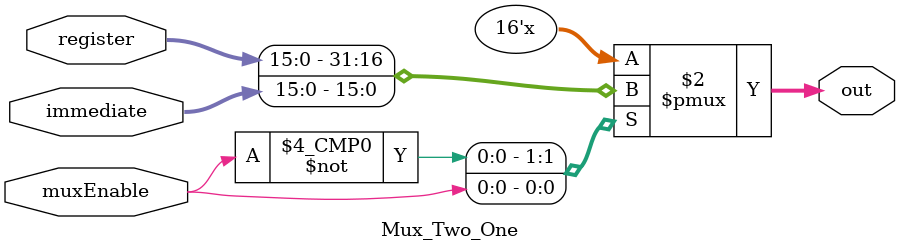
<source format=v>
module Mux_Two_One(muxEnable, register, immediate, out);

input muxEnable;
input [15:0] register, immediate; //will this sign extend immediate?
output reg [15:0] out;

always @(muxEnable, register, immediate)
begin

	case (muxEnable)

		1'b0:
					out = register;
		1'b1:
					out = immediate;
		default: 
					out = 16'b0000_0000_0000_0000;
	endcase
end

endmodule 
</source>
